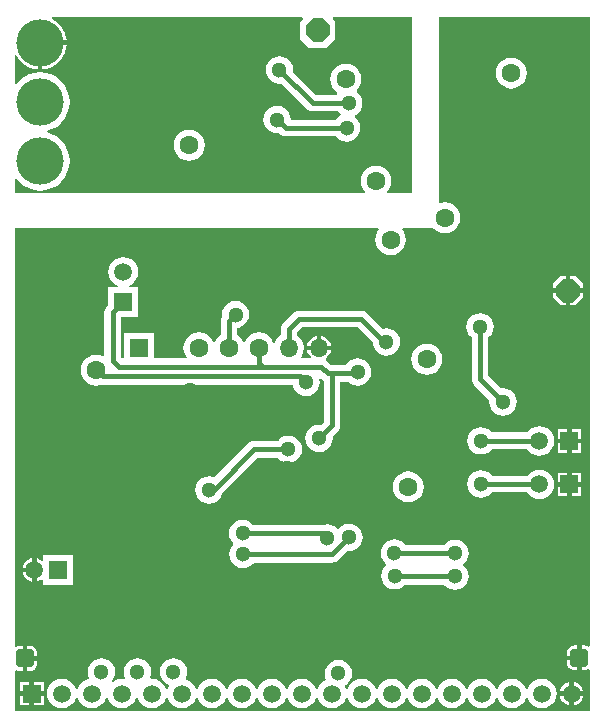
<source format=gbl>
G04 Layer_Physical_Order=4*
G04 Layer_Color=65280*
%FSLAX44Y44*%
%MOMM*%
G71*
G01*
G75*
%ADD31C,0.4000*%
G04:AMPARAMS|DCode=35|XSize=1.6mm|YSize=1.6mm|CornerRadius=0.4mm|HoleSize=0mm|Usage=FLASHONLY|Rotation=0.000|XOffset=0mm|YOffset=0mm|HoleType=Round|Shape=RoundedRectangle|*
%AMROUNDEDRECTD35*
21,1,1.6000,0.8000,0,0,0.0*
21,1,0.8000,1.6000,0,0,0.0*
1,1,0.8000,0.4000,-0.4000*
1,1,0.8000,-0.4000,-0.4000*
1,1,0.8000,-0.4000,0.4000*
1,1,0.8000,0.4000,0.4000*
%
%ADD35ROUNDEDRECTD35*%
%ADD36C,1.5000*%
%ADD37R,1.5000X1.5000*%
%ADD38R,1.5000X1.5000*%
%ADD39R,1.6000X1.6000*%
%ADD40C,1.6000*%
%ADD41O,1.5000X1.6000*%
%ADD42C,4.0000*%
%ADD43P,2.1648X8X22.5*%
%ADD44C,1.3000*%
G36*
X493444Y61459D02*
X492174Y60833D01*
X492021Y60950D01*
X490430Y61609D01*
X488722Y61834D01*
X486722D01*
Y51238D01*
Y40641D01*
X488722D01*
X490430Y40866D01*
X492021Y41525D01*
X492174Y41643D01*
X493444Y41016D01*
Y6556D01*
X6556D01*
Y40550D01*
X7826Y41176D01*
X7942Y41087D01*
X9533Y40428D01*
X11240Y40204D01*
X13240D01*
Y50800D01*
Y61396D01*
X11240D01*
X9533Y61172D01*
X7942Y60513D01*
X7826Y60424D01*
X6556Y61050D01*
Y415290D01*
X314453D01*
X315080Y414020D01*
X313400Y411830D01*
X312090Y408668D01*
X311643Y405274D01*
X312090Y401881D01*
X313400Y398718D01*
X315483Y396003D01*
X318199Y393919D01*
X321361Y392609D01*
X324755Y392162D01*
X328149Y392609D01*
X331311Y393919D01*
X334027Y396003D01*
X336110Y398718D01*
X337420Y401881D01*
X337867Y405274D01*
X337420Y408668D01*
X336110Y411830D01*
X334430Y414020D01*
X335056Y415290D01*
X361069D01*
X361533Y414686D01*
X364248Y412602D01*
X367411Y411292D01*
X370804Y410845D01*
X374198Y411292D01*
X377360Y412602D01*
X380076Y414686D01*
X382160Y417402D01*
X383470Y420564D01*
X383916Y423958D01*
X383470Y427351D01*
X382160Y430514D01*
X380076Y433229D01*
X377360Y435313D01*
X374198Y436623D01*
X370804Y437070D01*
X367411Y436623D01*
X366816Y436377D01*
X365760Y437082D01*
Y593444D01*
X493444D01*
Y61459D01*
D02*
G37*
G36*
X342900Y444500D02*
X322229D01*
X321884Y445770D01*
X323811Y448280D01*
X325121Y451443D01*
X325567Y454837D01*
X325121Y458230D01*
X323811Y461393D01*
X321727Y464108D01*
X319011Y466192D01*
X315849Y467502D01*
X312455Y467949D01*
X309062Y467502D01*
X305899Y466192D01*
X303184Y464108D01*
X301100Y461393D01*
X299790Y458230D01*
X299343Y454837D01*
X299790Y451443D01*
X301100Y448280D01*
X303026Y445770D01*
X302681Y444500D01*
X6556D01*
Y456720D01*
X7826Y457174D01*
X10237Y454237D01*
X14044Y451113D01*
X18387Y448791D01*
X23099Y447362D01*
X28000Y446879D01*
X32901Y447362D01*
X37613Y448791D01*
X41956Y451113D01*
X45763Y454237D01*
X48887Y458044D01*
X51209Y462387D01*
X52638Y467099D01*
X53121Y472000D01*
X52638Y476901D01*
X51209Y481613D01*
X48887Y485956D01*
X45763Y489763D01*
X41956Y492887D01*
X37613Y495209D01*
X33896Y496336D01*
Y497664D01*
X37613Y498791D01*
X41956Y501113D01*
X45763Y504237D01*
X48887Y508044D01*
X51209Y512387D01*
X52638Y517099D01*
X53121Y522000D01*
X52638Y526901D01*
X51209Y531613D01*
X48887Y535956D01*
X45763Y539763D01*
X41956Y542887D01*
X37613Y545209D01*
X32901Y546638D01*
X28000Y547121D01*
X23099Y546638D01*
X18387Y545209D01*
X14044Y542887D01*
X10237Y539763D01*
X7826Y536826D01*
X6556Y537280D01*
Y561609D01*
X7826Y561927D01*
X9168Y559417D01*
X11985Y555985D01*
X15417Y553168D01*
X19333Y551075D01*
X23581Y549786D01*
X26000Y549548D01*
Y572000D01*
X28000D01*
Y574000D01*
X50452D01*
X50214Y576419D01*
X48925Y580667D01*
X46832Y584583D01*
X44015Y588015D01*
X40583Y590832D01*
X38073Y592174D01*
X38391Y593444D01*
X249785D01*
X250271Y592271D01*
X248000Y590000D01*
Y575000D01*
X255500Y567500D01*
X270500D01*
X278000Y575000D01*
Y590000D01*
X275729Y592271D01*
X276215Y593444D01*
X342900D01*
Y444500D01*
D02*
G37*
%LPC*%
G36*
X21180Y123730D02*
X13317D01*
X13398Y123109D01*
X14410Y120667D01*
X16019Y118569D01*
X18117Y116960D01*
X20559Y115948D01*
X21180Y115867D01*
Y123730D01*
D02*
G37*
G36*
Y135593D02*
X20559Y135512D01*
X18117Y134500D01*
X16019Y132891D01*
X14410Y130793D01*
X13398Y128351D01*
X13317Y127730D01*
X21180D01*
Y135593D01*
D02*
G37*
G36*
X19240Y61396D02*
X17240D01*
Y52800D01*
X25836D01*
Y54800D01*
X25612Y56507D01*
X24953Y58098D01*
X23904Y59464D01*
X22538Y60513D01*
X20947Y61172D01*
X19240Y61396D01*
D02*
G37*
G36*
X482723Y61834D02*
X480723D01*
X479015Y61609D01*
X477424Y60950D01*
X476058Y59902D01*
X475010Y58536D01*
X474351Y56945D01*
X474126Y55238D01*
Y53238D01*
X482723D01*
Y61834D01*
D02*
G37*
G36*
X328044Y151551D02*
X325041Y151155D01*
X322244Y149997D01*
X319842Y148153D01*
X317998Y145751D01*
X316840Y142954D01*
X316444Y139951D01*
X316840Y136949D01*
X317998Y134152D01*
X319842Y131749D01*
X320958Y130893D01*
Y129623D01*
X320162Y129012D01*
X318318Y126610D01*
X317160Y123812D01*
X316764Y120810D01*
X317160Y117808D01*
X318318Y115010D01*
X320162Y112608D01*
X322564Y110765D01*
X325362Y109606D01*
X328364Y109211D01*
X331366Y109606D01*
X334163Y110765D01*
X336566Y112608D01*
X337095Y113298D01*
X370272D01*
X371148Y112157D01*
X373551Y110313D01*
X376348Y109155D01*
X379350Y108759D01*
X382352Y109155D01*
X385150Y110313D01*
X387552Y112157D01*
X389395Y114559D01*
X390554Y117356D01*
X390950Y120358D01*
X390554Y123361D01*
X389395Y126158D01*
X387552Y128560D01*
X386334Y129495D01*
Y130765D01*
X387380Y131569D01*
X389224Y133971D01*
X390382Y136769D01*
X390778Y139771D01*
X390382Y142773D01*
X389224Y145570D01*
X387380Y147973D01*
X384978Y149816D01*
X382181Y150975D01*
X379179Y151370D01*
X376176Y150975D01*
X373379Y149816D01*
X370977Y147973D01*
X370239Y147012D01*
X337121D01*
X336245Y148153D01*
X333843Y149997D01*
X331046Y151155D01*
X328044Y151551D01*
D02*
G37*
G36*
X474250Y196120D02*
X466210D01*
Y188080D01*
X474250D01*
Y196120D01*
D02*
G37*
G36*
X486290D02*
X478250D01*
Y188080D01*
X486290D01*
Y196120D01*
D02*
G37*
G36*
X339823Y209077D02*
X336429Y208630D01*
X333267Y207320D01*
X330551Y205236D01*
X328467Y202521D01*
X327157Y199358D01*
X326711Y195965D01*
X327157Y192571D01*
X328467Y189408D01*
X330551Y186693D01*
X333267Y184609D01*
X336429Y183299D01*
X339823Y182852D01*
X343216Y183299D01*
X346379Y184609D01*
X349094Y186693D01*
X351178Y189408D01*
X352488Y192571D01*
X352935Y195965D01*
X352488Y199358D01*
X351178Y202521D01*
X349094Y205236D01*
X346379Y207320D01*
X343216Y208630D01*
X339823Y209077D01*
D02*
G37*
G36*
X55680Y138230D02*
X30680D01*
Y134231D01*
X29410Y133605D01*
X28243Y134500D01*
X25801Y135512D01*
X25180Y135593D01*
Y125730D01*
Y115867D01*
X25801Y115948D01*
X28243Y116960D01*
X29410Y117855D01*
X30680Y117229D01*
Y113230D01*
X55680D01*
Y138230D01*
D02*
G37*
G36*
X199474Y168368D02*
X196472Y167973D01*
X193675Y166814D01*
X191272Y164971D01*
X189429Y162569D01*
X188270Y159771D01*
X187875Y156769D01*
X188270Y153767D01*
X189429Y150969D01*
X191272Y148567D01*
X191572Y148337D01*
Y147067D01*
X191523Y147030D01*
X189680Y144627D01*
X188521Y141830D01*
X188126Y138828D01*
X188521Y135826D01*
X189680Y133028D01*
X191523Y130626D01*
X193925Y128783D01*
X196723Y127624D01*
X199725Y127228D01*
X202727Y127624D01*
X205525Y128783D01*
X207927Y130626D01*
X208803Y131767D01*
X275116D01*
X276943Y132008D01*
X278646Y132713D01*
X280108Y133835D01*
X288074Y141801D01*
X289501Y141613D01*
X292503Y142008D01*
X295300Y143167D01*
X297703Y145011D01*
X299546Y147413D01*
X300705Y150210D01*
X301100Y153212D01*
X300705Y156215D01*
X299546Y159012D01*
X297703Y161414D01*
X295300Y163258D01*
X292503Y164417D01*
X289501Y164812D01*
X286499Y164417D01*
X283701Y163258D01*
X281299Y161414D01*
X280701Y160635D01*
X279578D01*
X279258Y160841D01*
X276890Y162659D01*
X274092Y163818D01*
X271090Y164213D01*
X268179Y163829D01*
X208552D01*
X207676Y164971D01*
X205274Y166814D01*
X202476Y167973D01*
X199474Y168368D01*
D02*
G37*
G36*
X482723Y49238D02*
X474126D01*
Y47238D01*
X474351Y45531D01*
X475010Y43939D01*
X476058Y42573D01*
X477424Y41525D01*
X479015Y40866D01*
X480723Y40641D01*
X482723D01*
Y49238D01*
D02*
G37*
G36*
X488063Y19000D02*
X480200D01*
Y11137D01*
X480821Y11218D01*
X483263Y12230D01*
X485361Y13839D01*
X486970Y15937D01*
X487982Y18379D01*
X488063Y19000D01*
D02*
G37*
G36*
X19000Y31040D02*
X10960D01*
Y23000D01*
X19000D01*
Y31040D01*
D02*
G37*
G36*
X476200Y19000D02*
X468337D01*
X468418Y18379D01*
X469430Y15937D01*
X471039Y13839D01*
X473137Y12230D01*
X475579Y11218D01*
X476200Y11137D01*
Y19000D01*
D02*
G37*
G36*
X19000D02*
X10960D01*
Y10960D01*
X19000D01*
Y19000D01*
D02*
G37*
G36*
X31040D02*
X23000D01*
Y10960D01*
X31040D01*
Y19000D01*
D02*
G37*
G36*
X140970Y50969D02*
X137968Y50574D01*
X135170Y49415D01*
X132768Y47572D01*
X130925Y45170D01*
X129766Y42372D01*
X129371Y39370D01*
X129766Y36368D01*
X130925Y33570D01*
X132768Y31168D01*
X135170Y29325D01*
X136833Y28636D01*
X137098Y27650D01*
X137030Y27180D01*
X135952Y24577D01*
X135950Y24577D01*
X134650D01*
X134648Y24577D01*
X133519Y27304D01*
X131515Y29915D01*
X128904Y31919D01*
X125863Y33178D01*
X122600Y33608D01*
X121887Y33514D01*
X120994Y34677D01*
X121694Y36368D01*
X122089Y39370D01*
X121694Y42372D01*
X120535Y45170D01*
X118692Y47572D01*
X116290Y49415D01*
X113492Y50574D01*
X110490Y50969D01*
X107488Y50574D01*
X104690Y49415D01*
X102288Y47572D01*
X100445Y45170D01*
X99286Y42372D01*
X98891Y39370D01*
X99286Y36368D01*
X100054Y34513D01*
X99162Y33350D01*
X97200Y33608D01*
X93937Y33178D01*
X90896Y31919D01*
X89662Y30972D01*
X88756Y31878D01*
X90055Y33570D01*
X91214Y36368D01*
X91609Y39370D01*
X91214Y42372D01*
X90055Y45170D01*
X88212Y47572D01*
X85810Y49415D01*
X83012Y50574D01*
X80010Y50969D01*
X77008Y50574D01*
X74210Y49415D01*
X71808Y47572D01*
X69965Y45170D01*
X68806Y42372D01*
X68411Y39370D01*
X68806Y36368D01*
X69542Y34592D01*
X68741Y33205D01*
X68537Y33178D01*
X65496Y31919D01*
X62885Y29915D01*
X60881Y27304D01*
X59752Y24577D01*
X59750Y24577D01*
X58450D01*
X58448Y24577D01*
X57319Y27304D01*
X55315Y29915D01*
X52704Y31919D01*
X49663Y33178D01*
X46400Y33608D01*
X43137Y33178D01*
X40096Y31919D01*
X37485Y29915D01*
X35481Y27304D01*
X34222Y24263D01*
X33792Y21000D01*
X34222Y17737D01*
X35481Y14696D01*
X37485Y12085D01*
X40096Y10081D01*
X43137Y8822D01*
X46400Y8392D01*
X49663Y8822D01*
X52704Y10081D01*
X55315Y12085D01*
X57319Y14696D01*
X58448Y17423D01*
X58450Y17423D01*
X59750D01*
X59752Y17423D01*
X60881Y14696D01*
X62885Y12085D01*
X65496Y10081D01*
X68537Y8822D01*
X71800Y8392D01*
X75063Y8822D01*
X78104Y10081D01*
X80715Y12085D01*
X82719Y14696D01*
X83848Y17423D01*
X83850Y17423D01*
X85150D01*
X85152Y17423D01*
X86281Y14696D01*
X88285Y12085D01*
X90896Y10081D01*
X93937Y8822D01*
X97200Y8392D01*
X100463Y8822D01*
X103504Y10081D01*
X106115Y12085D01*
X108119Y14696D01*
X109248Y17423D01*
X109250Y17423D01*
X110550D01*
X110552Y17423D01*
X111681Y14696D01*
X113685Y12085D01*
X116296Y10081D01*
X119337Y8822D01*
X122600Y8392D01*
X125863Y8822D01*
X128904Y10081D01*
X131515Y12085D01*
X133519Y14696D01*
X134648Y17423D01*
X134650Y17423D01*
X135950D01*
X135952Y17423D01*
X137081Y14696D01*
X139085Y12085D01*
X141696Y10081D01*
X144737Y8822D01*
X148000Y8392D01*
X151263Y8822D01*
X154304Y10081D01*
X156915Y12085D01*
X158919Y14696D01*
X160048Y17423D01*
X160050Y17423D01*
X161350D01*
X161352Y17423D01*
X162481Y14696D01*
X164485Y12085D01*
X167096Y10081D01*
X170137Y8822D01*
X173400Y8392D01*
X176663Y8822D01*
X179704Y10081D01*
X182315Y12085D01*
X184319Y14696D01*
X185448Y17423D01*
X185450Y17423D01*
X186750D01*
X186752Y17423D01*
X187881Y14696D01*
X189885Y12085D01*
X192496Y10081D01*
X195537Y8822D01*
X198800Y8392D01*
X202063Y8822D01*
X205104Y10081D01*
X207715Y12085D01*
X209719Y14696D01*
X210848Y17423D01*
X210850Y17423D01*
X212150D01*
X212152Y17423D01*
X213281Y14696D01*
X215285Y12085D01*
X217896Y10081D01*
X220937Y8822D01*
X224200Y8392D01*
X227463Y8822D01*
X230504Y10081D01*
X233115Y12085D01*
X235119Y14696D01*
X236248Y17423D01*
X236250Y17423D01*
X237550D01*
X237552Y17423D01*
X238681Y14696D01*
X240685Y12085D01*
X243296Y10081D01*
X246337Y8822D01*
X249600Y8392D01*
X252863Y8822D01*
X255904Y10081D01*
X258515Y12085D01*
X260519Y14696D01*
X261648Y17423D01*
X261650Y17423D01*
X262950D01*
X262952Y17423D01*
X264081Y14696D01*
X266085Y12085D01*
X268696Y10081D01*
X271737Y8822D01*
X275000Y8392D01*
X278263Y8822D01*
X281304Y10081D01*
X283915Y12085D01*
X285919Y14696D01*
X287048Y17423D01*
X287050Y17423D01*
X288350D01*
X288352Y17423D01*
X289481Y14696D01*
X291485Y12085D01*
X294096Y10081D01*
X297137Y8822D01*
X300400Y8392D01*
X303663Y8822D01*
X306704Y10081D01*
X309315Y12085D01*
X311319Y14696D01*
X312448Y17423D01*
X312450Y17423D01*
X313750D01*
X313752Y17423D01*
X314881Y14696D01*
X316885Y12085D01*
X319496Y10081D01*
X322537Y8822D01*
X325800Y8392D01*
X329063Y8822D01*
X332104Y10081D01*
X334715Y12085D01*
X336719Y14696D01*
X337848Y17423D01*
X337850Y17423D01*
X339150D01*
X339152Y17423D01*
X340281Y14696D01*
X342285Y12085D01*
X344896Y10081D01*
X347937Y8822D01*
X351200Y8392D01*
X354463Y8822D01*
X357504Y10081D01*
X360115Y12085D01*
X362119Y14696D01*
X363248Y17423D01*
X363250Y17423D01*
X364550D01*
X364552Y17423D01*
X365681Y14696D01*
X367685Y12085D01*
X370296Y10081D01*
X373337Y8822D01*
X376600Y8392D01*
X379863Y8822D01*
X382904Y10081D01*
X385515Y12085D01*
X387519Y14696D01*
X388648Y17423D01*
X388650Y17423D01*
X389950D01*
X389952Y17423D01*
X391081Y14696D01*
X393085Y12085D01*
X395696Y10081D01*
X398737Y8822D01*
X402000Y8392D01*
X405263Y8822D01*
X408304Y10081D01*
X410915Y12085D01*
X412919Y14696D01*
X414048Y17423D01*
X414050Y17423D01*
X415350D01*
X415352Y17423D01*
X416481Y14696D01*
X418485Y12085D01*
X421096Y10081D01*
X424137Y8822D01*
X427400Y8392D01*
X430663Y8822D01*
X433704Y10081D01*
X436315Y12085D01*
X438319Y14696D01*
X439448Y17423D01*
X439450Y17423D01*
X440750D01*
X440752Y17423D01*
X441881Y14696D01*
X443885Y12085D01*
X446496Y10081D01*
X449537Y8822D01*
X452800Y8392D01*
X456063Y8822D01*
X459104Y10081D01*
X461715Y12085D01*
X463719Y14696D01*
X464978Y17737D01*
X465408Y21000D01*
X464978Y24263D01*
X463719Y27304D01*
X461715Y29915D01*
X459104Y31919D01*
X456063Y33178D01*
X452800Y33608D01*
X449537Y33178D01*
X446496Y31919D01*
X443885Y29915D01*
X441881Y27304D01*
X440752Y24577D01*
X440750Y24577D01*
X439450D01*
X439448Y24577D01*
X438319Y27304D01*
X436315Y29915D01*
X433704Y31919D01*
X430663Y33178D01*
X427400Y33608D01*
X424137Y33178D01*
X421096Y31919D01*
X418485Y29915D01*
X416481Y27304D01*
X415352Y24577D01*
X415350Y24577D01*
X414050D01*
X414048Y24577D01*
X412919Y27304D01*
X410915Y29915D01*
X408304Y31919D01*
X405263Y33178D01*
X402000Y33608D01*
X398737Y33178D01*
X395696Y31919D01*
X393085Y29915D01*
X391081Y27304D01*
X389952Y24577D01*
X389950Y24577D01*
X388650D01*
X388648Y24577D01*
X387519Y27304D01*
X385515Y29915D01*
X382904Y31919D01*
X379863Y33178D01*
X376600Y33608D01*
X373337Y33178D01*
X370296Y31919D01*
X367685Y29915D01*
X365681Y27304D01*
X364552Y24577D01*
X364550Y24577D01*
X363250D01*
X363248Y24577D01*
X362119Y27304D01*
X360115Y29915D01*
X357504Y31919D01*
X354463Y33178D01*
X351200Y33608D01*
X347937Y33178D01*
X344896Y31919D01*
X342285Y29915D01*
X340281Y27304D01*
X339152Y24577D01*
X339150Y24577D01*
X337850D01*
X337848Y24577D01*
X336719Y27304D01*
X334715Y29915D01*
X332104Y31919D01*
X329063Y33178D01*
X325800Y33608D01*
X322537Y33178D01*
X319496Y31919D01*
X316885Y29915D01*
X314881Y27304D01*
X313752Y24577D01*
X313750Y24577D01*
X312450D01*
X312448Y24577D01*
X311319Y27304D01*
X309315Y29915D01*
X306704Y31919D01*
X303663Y33178D01*
X300400Y33608D01*
X297137Y33178D01*
X294096Y31919D01*
X291485Y29915D01*
X289481Y27304D01*
X288352Y24577D01*
X288350Y24577D01*
X287050D01*
X287048Y24577D01*
X286220Y26577D01*
X286446Y27912D01*
X286768Y28284D01*
X288872Y29898D01*
X290715Y32300D01*
X291874Y35098D01*
X292269Y38100D01*
X291874Y41102D01*
X290715Y43900D01*
X288872Y46302D01*
X286470Y48145D01*
X283672Y49304D01*
X280670Y49699D01*
X277668Y49304D01*
X274870Y48145D01*
X272468Y46302D01*
X270625Y43900D01*
X269466Y41102D01*
X269071Y38100D01*
X269466Y35098D01*
X270477Y32657D01*
X268696Y31919D01*
X266085Y29915D01*
X264081Y27304D01*
X262952Y24577D01*
X262950Y24577D01*
X261650D01*
X261648Y24577D01*
X260519Y27304D01*
X258515Y29915D01*
X255904Y31919D01*
X252863Y33178D01*
X249600Y33608D01*
X246337Y33178D01*
X243296Y31919D01*
X240685Y29915D01*
X238681Y27304D01*
X237552Y24577D01*
X237550Y24577D01*
X236250D01*
X236248Y24577D01*
X235119Y27304D01*
X233115Y29915D01*
X230504Y31919D01*
X227463Y33178D01*
X224200Y33608D01*
X220937Y33178D01*
X217896Y31919D01*
X215285Y29915D01*
X213281Y27304D01*
X212152Y24577D01*
X212150Y24577D01*
X210850D01*
X210848Y24577D01*
X209719Y27304D01*
X207715Y29915D01*
X205104Y31919D01*
X202063Y33178D01*
X198800Y33608D01*
X195537Y33178D01*
X192496Y31919D01*
X189885Y29915D01*
X187881Y27304D01*
X186752Y24577D01*
X186750Y24577D01*
X185450D01*
X185448Y24577D01*
X184319Y27304D01*
X182315Y29915D01*
X179704Y31919D01*
X176663Y33178D01*
X173400Y33608D01*
X170137Y33178D01*
X167096Y31919D01*
X164485Y29915D01*
X162481Y27304D01*
X161352Y24577D01*
X161350Y24577D01*
X160050D01*
X160048Y24577D01*
X158919Y27304D01*
X156915Y29915D01*
X154304Y31919D01*
X152039Y32857D01*
X151282Y33385D01*
X151377Y34444D01*
X152174Y36368D01*
X152569Y39370D01*
X152174Y42372D01*
X151015Y45170D01*
X149172Y47572D01*
X146770Y49415D01*
X143972Y50574D01*
X140970Y50969D01*
D02*
G37*
G36*
X25836Y48800D02*
X17240D01*
Y40204D01*
X19240D01*
X20947Y40428D01*
X22538Y41087D01*
X23904Y42136D01*
X24953Y43502D01*
X25612Y45093D01*
X25836Y46800D01*
Y48800D01*
D02*
G37*
G36*
X480200Y30863D02*
Y23000D01*
X488063D01*
X487982Y23621D01*
X486970Y26063D01*
X485361Y28161D01*
X483263Y29770D01*
X480821Y30782D01*
X480200Y30863D01*
D02*
G37*
G36*
X31040Y31040D02*
X23000D01*
Y23000D01*
X31040D01*
Y31040D01*
D02*
G37*
G36*
X476200Y30863D02*
X475579Y30782D01*
X473137Y29770D01*
X471039Y28161D01*
X469430Y26063D01*
X468418Y23621D01*
X468337Y23000D01*
X476200D01*
Y30863D01*
D02*
G37*
G36*
X474250Y208160D02*
X466210D01*
Y200120D01*
X474250D01*
Y208160D01*
D02*
G37*
G36*
X487538Y360250D02*
X476998D01*
Y349710D01*
X481268D01*
X487538Y355980D01*
Y360250D01*
D02*
G37*
G36*
X472998Y374790D02*
X468728D01*
X462458Y368520D01*
Y364250D01*
X472998D01*
Y374790D01*
D02*
G37*
G36*
Y360250D02*
X462458D01*
Y355980D01*
X468728Y349710D01*
X472998D01*
Y360250D01*
D02*
G37*
G36*
X262160Y324053D02*
X261539Y323972D01*
X259097Y322960D01*
X256999Y321351D01*
X255390Y319253D01*
X254378Y316811D01*
X254231Y315690D01*
X262160D01*
Y324053D01*
D02*
G37*
G36*
X266160D02*
Y315690D01*
X274089D01*
X273942Y316811D01*
X272930Y319253D01*
X271321Y321351D01*
X269223Y322960D01*
X266781Y323972D01*
X266160Y324053D01*
D02*
G37*
G36*
X427044Y559496D02*
X423651Y559049D01*
X420488Y557739D01*
X417772Y555656D01*
X415689Y552940D01*
X414379Y549778D01*
X413932Y546384D01*
X414379Y542990D01*
X415689Y539828D01*
X417772Y537112D01*
X420488Y535028D01*
X423651Y533719D01*
X427044Y533272D01*
X430438Y533719D01*
X433600Y535028D01*
X436316Y537112D01*
X438400Y539828D01*
X439710Y542990D01*
X440156Y546384D01*
X439710Y549778D01*
X438400Y552940D01*
X436316Y555656D01*
X433600Y557739D01*
X430438Y559049D01*
X427044Y559496D01*
D02*
G37*
G36*
X481268Y374790D02*
X476998D01*
Y364250D01*
X487538D01*
Y368520D01*
X481268Y374790D01*
D02*
G37*
G36*
X98360Y390623D02*
X95097Y390193D01*
X92057Y388933D01*
X89445Y386930D01*
X87442Y384319D01*
X86182Y381278D01*
X85753Y378015D01*
X86182Y374752D01*
X87442Y371711D01*
X89445Y369100D01*
X92057Y367096D01*
X93774Y366385D01*
X93521Y365115D01*
X85861D01*
Y350100D01*
X84563Y348802D01*
X83441Y347340D01*
X82736Y345637D01*
X82495Y343810D01*
Y307513D01*
X81225Y306664D01*
X79136Y307530D01*
X75743Y307976D01*
X72349Y307530D01*
X69187Y306220D01*
X66471Y304136D01*
X64387Y301420D01*
X63077Y298258D01*
X62631Y294864D01*
X63077Y291470D01*
X64387Y288308D01*
X66471Y285592D01*
X69187Y283509D01*
X72349Y282199D01*
X75743Y281752D01*
X79136Y282199D01*
X80300Y282681D01*
X80951Y282595D01*
X241943D01*
X242090Y281476D01*
X243249Y278678D01*
X245092Y276276D01*
X247494Y274433D01*
X250292Y273274D01*
X253294Y272879D01*
X256296Y273274D01*
X259094Y274433D01*
X261496Y276276D01*
X263339Y278678D01*
X264498Y281476D01*
X264893Y284478D01*
X264524Y287281D01*
X265486Y288115D01*
X266445Y287156D01*
X267907Y286034D01*
X268187Y285918D01*
Y250938D01*
X265777Y248527D01*
X264350Y248715D01*
X261348Y248320D01*
X258550Y247161D01*
X256148Y245318D01*
X254305Y242915D01*
X253146Y240118D01*
X252751Y237116D01*
X253146Y234114D01*
X254305Y231316D01*
X256148Y228914D01*
X258550Y227071D01*
X261348Y225912D01*
X264350Y225517D01*
X267352Y225912D01*
X270150Y227071D01*
X272552Y228914D01*
X274395Y231316D01*
X275554Y234114D01*
X275949Y237116D01*
X275761Y238542D01*
X280240Y243021D01*
X281362Y244483D01*
X282068Y246186D01*
X282308Y248013D01*
Y285088D01*
X288529D01*
X288649Y284931D01*
X291052Y283088D01*
X293849Y281929D01*
X296851Y281534D01*
X299853Y281929D01*
X302651Y283088D01*
X305053Y284931D01*
X306896Y287333D01*
X308055Y290131D01*
X308451Y293133D01*
X308055Y296135D01*
X306896Y298932D01*
X305053Y301335D01*
X302651Y303178D01*
X299853Y304337D01*
X296851Y304732D01*
X293849Y304337D01*
X291052Y303178D01*
X288649Y301335D01*
X287018Y299209D01*
X274362D01*
X270876Y302696D01*
X269955Y303402D01*
X269869Y304828D01*
X269929Y304961D01*
X271321Y306029D01*
X272930Y308127D01*
X273942Y310569D01*
X274089Y311690D01*
X254231D01*
X254378Y310569D01*
X255390Y308127D01*
X256999Y306029D01*
X257082Y305966D01*
X256674Y304763D01*
X249486D01*
X248924Y305903D01*
X249679Y306886D01*
X250938Y309927D01*
X251368Y313190D01*
Y314190D01*
X250938Y317453D01*
X249679Y320494D01*
X247675Y323105D01*
X245820Y324528D01*
Y326814D01*
X250148Y331142D01*
X297128D01*
X309729Y318541D01*
X310082Y315855D01*
X311241Y313057D01*
X313085Y310655D01*
X315487Y308812D01*
X318284Y307653D01*
X321286Y307258D01*
X324288Y307653D01*
X327086Y308812D01*
X329488Y310655D01*
X331332Y313057D01*
X332490Y315855D01*
X332886Y318857D01*
X332490Y321859D01*
X331332Y324657D01*
X329488Y327059D01*
X327086Y328902D01*
X324288Y330061D01*
X321286Y330456D01*
X318284Y330061D01*
X318209Y330030D01*
X305045Y343195D01*
X303582Y344317D01*
X301880Y345022D01*
X300052Y345263D01*
X247224D01*
X245396Y345022D01*
X243694Y344317D01*
X242231Y343195D01*
X233768Y334731D01*
X232645Y333269D01*
X231940Y331566D01*
X231700Y329739D01*
Y324528D01*
X229845Y323105D01*
X227841Y320494D01*
X226914Y318256D01*
X225540Y318256D01*
X224715Y320246D01*
X222632Y322962D01*
X219916Y325046D01*
X216754Y326355D01*
X213360Y326802D01*
X209966Y326355D01*
X206804Y325046D01*
X204088Y322962D01*
X202005Y320246D01*
X201347Y318659D01*
X199973D01*
X199315Y320246D01*
X197232Y322962D01*
X195020Y324659D01*
Y330571D01*
X196533Y330770D01*
X199330Y331929D01*
X201732Y333772D01*
X203576Y336174D01*
X204734Y338972D01*
X205130Y341974D01*
X204734Y344976D01*
X203576Y347774D01*
X201732Y350176D01*
X199330Y352019D01*
X196533Y353178D01*
X193531Y353573D01*
X190528Y353178D01*
X187731Y352019D01*
X185329Y350176D01*
X183485Y347774D01*
X182327Y344976D01*
X181931Y341974D01*
X182148Y340328D01*
X181845Y339934D01*
X181140Y338231D01*
X180900Y336404D01*
Y324659D01*
X178688Y322962D01*
X176604Y320246D01*
X175947Y318659D01*
X174573D01*
X173916Y320246D01*
X171832Y322962D01*
X169116Y325046D01*
X165954Y326355D01*
X162560Y326802D01*
X159166Y326355D01*
X156004Y325046D01*
X153288Y322962D01*
X151205Y320246D01*
X149895Y317084D01*
X149448Y313690D01*
X149895Y310296D01*
X151205Y307134D01*
X152149Y305903D01*
X151588Y304763D01*
X124760D01*
Y326690D01*
X98760D01*
Y304763D01*
X97424D01*
X96616Y305572D01*
Y340115D01*
X110860D01*
Y365115D01*
X103200D01*
X102947Y366385D01*
X104664Y367096D01*
X107275Y369100D01*
X109279Y371711D01*
X110539Y374752D01*
X110968Y378015D01*
X110539Y381278D01*
X109279Y384319D01*
X107275Y386930D01*
X104664Y388933D01*
X101624Y390193D01*
X98360Y390623D01*
D02*
G37*
G36*
X474250Y232950D02*
X466210D01*
Y224910D01*
X474250D01*
Y232950D01*
D02*
G37*
G36*
X486290D02*
X478250D01*
Y224910D01*
X486290D01*
Y232950D01*
D02*
G37*
G36*
X238190Y239499D02*
X235188Y239104D01*
X232390Y237945D01*
X229988Y236102D01*
X229112Y234960D01*
X209458D01*
X207631Y234720D01*
X205928Y234014D01*
X204466Y232892D01*
X175610Y204036D01*
X174176Y204630D01*
X171174Y205025D01*
X168172Y204630D01*
X165375Y203471D01*
X162972Y201628D01*
X161129Y199226D01*
X159970Y196428D01*
X159575Y193426D01*
X159970Y190424D01*
X161129Y187626D01*
X162972Y185224D01*
X165375Y183381D01*
X168172Y182222D01*
X171174Y181827D01*
X174176Y182222D01*
X176974Y183381D01*
X179376Y185224D01*
X181219Y187626D01*
X182378Y190424D01*
X182440Y190898D01*
X212383Y220840D01*
X229112D01*
X229988Y219698D01*
X232390Y217855D01*
X235188Y216696D01*
X238190Y216301D01*
X241192Y216696D01*
X243990Y217855D01*
X246392Y219698D01*
X248235Y222100D01*
X249394Y224898D01*
X249789Y227900D01*
X249394Y230902D01*
X248235Y233700D01*
X246392Y236102D01*
X243990Y237945D01*
X241192Y239104D01*
X238190Y239499D01*
D02*
G37*
G36*
X486290Y208160D02*
X478250D01*
Y200120D01*
X486290D01*
Y208160D01*
D02*
G37*
G36*
X450850Y210728D02*
X447587Y210298D01*
X444546Y209039D01*
X441935Y207035D01*
X440757Y205500D01*
X410275D01*
X409399Y206642D01*
X406997Y208485D01*
X404200Y209644D01*
X401198Y210039D01*
X398195Y209644D01*
X395398Y208485D01*
X392996Y206642D01*
X391152Y204239D01*
X389994Y201442D01*
X389598Y198440D01*
X389994Y195438D01*
X391152Y192640D01*
X392996Y190238D01*
X395398Y188395D01*
X398195Y187236D01*
X401198Y186840D01*
X404200Y187236D01*
X406997Y188395D01*
X409399Y190238D01*
X410275Y191379D01*
X440266D01*
X441935Y189205D01*
X444546Y187201D01*
X447587Y185942D01*
X450850Y185512D01*
X454113Y185942D01*
X457154Y187201D01*
X459765Y189205D01*
X461769Y191816D01*
X463028Y194857D01*
X463458Y198120D01*
X463028Y201383D01*
X461769Y204424D01*
X459765Y207035D01*
X457154Y209039D01*
X454113Y210298D01*
X450850Y210728D01*
D02*
G37*
G36*
X400573Y343180D02*
X397571Y342785D01*
X394773Y341626D01*
X392371Y339783D01*
X390528Y337380D01*
X389369Y334583D01*
X388974Y331581D01*
X389369Y328579D01*
X390528Y325781D01*
X392371Y323379D01*
X393512Y322503D01*
Y287367D01*
X393753Y285539D01*
X394458Y283836D01*
X395580Y282374D01*
X408540Y269415D01*
X408352Y267988D01*
X408747Y264986D01*
X409906Y262189D01*
X411749Y259786D01*
X414152Y257943D01*
X416949Y256784D01*
X419951Y256389D01*
X422953Y256784D01*
X425751Y257943D01*
X428153Y259786D01*
X429996Y262189D01*
X431155Y264986D01*
X431550Y267988D01*
X431155Y270990D01*
X429996Y273788D01*
X428153Y276190D01*
X425751Y278033D01*
X422953Y279192D01*
X419951Y279587D01*
X418525Y279400D01*
X407633Y290291D01*
Y322503D01*
X408775Y323379D01*
X410618Y325781D01*
X411777Y328579D01*
X412172Y331581D01*
X411777Y334583D01*
X410618Y337380D01*
X408775Y339783D01*
X406372Y341626D01*
X403575Y342785D01*
X400573Y343180D01*
D02*
G37*
G36*
X355546Y317037D02*
X352152Y316590D01*
X348990Y315281D01*
X346274Y313197D01*
X344191Y310481D01*
X342881Y307319D01*
X342434Y303925D01*
X342881Y300532D01*
X344191Y297369D01*
X346274Y294653D01*
X348990Y292570D01*
X352152Y291260D01*
X355546Y290813D01*
X358940Y291260D01*
X362102Y292570D01*
X364818Y294653D01*
X366902Y297369D01*
X368212Y300532D01*
X368658Y303925D01*
X368212Y307319D01*
X366902Y310481D01*
X364818Y313197D01*
X362102Y315281D01*
X358940Y316590D01*
X355546Y317037D01*
D02*
G37*
G36*
X450850Y247558D02*
X447587Y247128D01*
X444546Y245869D01*
X441935Y243865D01*
X440606Y242133D01*
X410275D01*
X409399Y243274D01*
X406997Y245118D01*
X404200Y246276D01*
X401198Y246672D01*
X398195Y246276D01*
X395398Y245118D01*
X392996Y243274D01*
X391152Y240872D01*
X389994Y238075D01*
X389598Y235072D01*
X389994Y232070D01*
X391152Y229273D01*
X392996Y226871D01*
X395398Y225027D01*
X398195Y223869D01*
X401198Y223473D01*
X404200Y223869D01*
X406997Y225027D01*
X409399Y226871D01*
X410275Y228012D01*
X440418D01*
X441935Y226035D01*
X444546Y224031D01*
X447587Y222772D01*
X450850Y222342D01*
X454113Y222772D01*
X457154Y224031D01*
X459765Y226035D01*
X461769Y228646D01*
X463028Y231687D01*
X463458Y234950D01*
X463028Y238213D01*
X461769Y241254D01*
X459765Y243865D01*
X457154Y245869D01*
X454113Y247128D01*
X450850Y247558D01*
D02*
G37*
G36*
X474250Y244990D02*
X466210D01*
Y236950D01*
X474250D01*
Y244990D01*
D02*
G37*
G36*
X486290D02*
X478250D01*
Y236950D01*
X486290D01*
Y244990D01*
D02*
G37*
G36*
X50452Y570000D02*
X30000D01*
Y549548D01*
X32419Y549786D01*
X36667Y551075D01*
X40583Y553168D01*
X44015Y555985D01*
X46832Y559417D01*
X48925Y563333D01*
X50214Y567581D01*
X50452Y570000D01*
D02*
G37*
G36*
X230699Y560656D02*
X227697Y560261D01*
X224900Y559102D01*
X222497Y557259D01*
X220654Y554856D01*
X219495Y552059D01*
X219100Y549057D01*
X219495Y546055D01*
X220654Y543257D01*
X222497Y540855D01*
X224900Y539011D01*
X227697Y537853D01*
X230699Y537458D01*
X232126Y537645D01*
X253780Y515992D01*
X255242Y514869D01*
X256945Y514164D01*
X258772Y513924D01*
X280268D01*
X281144Y512782D01*
X282532Y511717D01*
X282340Y510264D01*
X281680Y509990D01*
X279278Y508147D01*
X278402Y507006D01*
X240398D01*
X240381Y507024D01*
X239986Y510026D01*
X238827Y512824D01*
X236984Y515226D01*
X234582Y517070D01*
X231784Y518228D01*
X228782Y518623D01*
X225780Y518228D01*
X222982Y517070D01*
X220580Y515226D01*
X218737Y512824D01*
X217578Y510026D01*
X217183Y507024D01*
X217578Y504022D01*
X218737Y501225D01*
X220580Y498822D01*
X222982Y496979D01*
X225780Y495820D01*
X228782Y495425D01*
X230208Y495613D01*
X230869Y494953D01*
X232331Y493831D01*
X234034Y493125D01*
X235861Y492885D01*
X278402D01*
X279278Y491743D01*
X281680Y489900D01*
X284478Y488741D01*
X287480Y488346D01*
X290482Y488741D01*
X293280Y489900D01*
X295682Y491743D01*
X297525Y494146D01*
X298684Y496943D01*
X299079Y499945D01*
X298684Y502947D01*
X297525Y505745D01*
X295682Y508147D01*
X294295Y509212D01*
X294486Y510666D01*
X295146Y510939D01*
X297548Y512782D01*
X299391Y515184D01*
X300550Y517982D01*
X300945Y520984D01*
X300550Y523986D01*
X299391Y526784D01*
X297548Y529186D01*
X295973Y530394D01*
Y531535D01*
X296185Y531833D01*
X298256Y534533D01*
X299566Y537695D01*
X300013Y541089D01*
X299566Y544482D01*
X298256Y547645D01*
X296173Y550360D01*
X293457Y552444D01*
X290295Y553754D01*
X286901Y554201D01*
X283507Y553754D01*
X280345Y552444D01*
X277629Y550360D01*
X275546Y547645D01*
X274236Y544482D01*
X273789Y541089D01*
X274236Y537695D01*
X275546Y534533D01*
X277629Y531817D01*
X279691Y530235D01*
X279835Y528655D01*
X279284Y528044D01*
X261697D01*
X242111Y547630D01*
X242299Y549057D01*
X241903Y552059D01*
X240744Y554856D01*
X238901Y557259D01*
X236499Y559102D01*
X233701Y560261D01*
X230699Y560656D01*
D02*
G37*
G36*
X154310Y498472D02*
X150916Y498026D01*
X147753Y496716D01*
X145038Y494632D01*
X142954Y491916D01*
X141644Y488754D01*
X141197Y485360D01*
X141644Y481967D01*
X142954Y478804D01*
X145038Y476088D01*
X147753Y474005D01*
X150916Y472695D01*
X154310Y472248D01*
X157703Y472695D01*
X160866Y474005D01*
X163581Y476088D01*
X165665Y478804D01*
X166975Y481967D01*
X167422Y485360D01*
X166975Y488754D01*
X165665Y491916D01*
X163581Y494632D01*
X160866Y496716D01*
X157703Y498026D01*
X154310Y498472D01*
D02*
G37*
%LPD*%
D31*
X328593Y120019D02*
X328932Y120358D01*
X328044Y139951D02*
X379179D01*
X174984Y193426D02*
X209458Y227900D01*
X238190D01*
X275116Y138828D02*
X289501Y153212D01*
X264350Y237116D02*
X275248Y248013D01*
Y292148D01*
X265883Y297703D02*
X271438Y292148D01*
X216553Y297703D02*
X265883D01*
X213360Y300897D02*
X216553Y297703D01*
X213360Y300897D02*
Y313690D01*
X94500Y297703D02*
X216553D01*
X248116Y289655D02*
X253294Y284478D01*
X89555Y302647D02*
X94500Y297703D01*
X89555Y302647D02*
Y343810D01*
X258772Y520984D02*
X289346D01*
X230699Y549057D02*
X258772Y520984D01*
X228782Y507024D02*
X235861Y499945D01*
X287480D01*
X427044Y546384D02*
X427937Y545491D01*
X187960Y336404D02*
X193531Y341974D01*
X187960Y313690D02*
Y336404D01*
X238760Y329739D02*
X247224Y338202D01*
X238760Y313690D02*
Y329739D01*
X401198Y198440D02*
X450530D01*
X401198Y235072D02*
X401320Y234950D01*
X401198Y235072D02*
X450728D01*
X450850Y234950D01*
X400573Y287367D02*
X419951Y267988D01*
X400573Y287367D02*
Y331581D01*
X80951Y289655D02*
X248116D01*
X75743Y294864D02*
X80951Y289655D01*
X89555Y343810D02*
X98360Y352615D01*
X328932Y120358D02*
X379350D01*
X271438Y292148D02*
X275248D01*
X271090Y152614D02*
Y155455D01*
X203284Y156769D02*
X269776D01*
X271090Y155455D01*
X199725Y138828D02*
X275116D01*
X295867Y292148D02*
X296851Y293133D01*
X275248Y292148D02*
X295867D01*
X247224Y338202D02*
X300052D01*
X319398Y318857D01*
X321286D01*
D35*
X484723Y51238D02*
D03*
X15240Y50800D02*
D03*
D36*
X98360Y378015D02*
D03*
X450850Y234950D02*
D03*
Y198120D02*
D03*
X23180Y125730D02*
D03*
X351200Y21000D02*
D03*
X46400D02*
D03*
X71800D02*
D03*
X97200D02*
D03*
X122600D02*
D03*
X148000D02*
D03*
X173400D02*
D03*
X198800D02*
D03*
X224200D02*
D03*
X249600D02*
D03*
X275000D02*
D03*
X300400D02*
D03*
X325800D02*
D03*
X376600D02*
D03*
X402000D02*
D03*
X478200D02*
D03*
X427400D02*
D03*
X452800D02*
D03*
D37*
X98360Y352615D02*
D03*
D38*
X476250Y234950D02*
D03*
Y198120D02*
D03*
X43180Y125730D02*
D03*
X21000Y21000D02*
D03*
D39*
X111760Y313690D02*
D03*
D40*
X187960D02*
D03*
X213360D02*
D03*
X162560D02*
D03*
X154743Y276102D02*
D03*
X324755Y405274D02*
D03*
X323978Y375302D02*
D03*
X34105Y363208D02*
D03*
X69987Y367818D02*
D03*
X22647Y245710D02*
D03*
X154310Y485360D02*
D03*
X286901Y541089D02*
D03*
X312455Y454837D02*
D03*
X403455Y574748D02*
D03*
X427044Y546384D02*
D03*
X373936Y476062D02*
D03*
X355546Y303925D02*
D03*
X420994Y304389D02*
D03*
X375877Y218176D02*
D03*
X339823Y195965D02*
D03*
X370804Y423958D02*
D03*
X75743Y294864D02*
D03*
X46570Y245779D02*
D03*
X320240Y581465D02*
D03*
X421464Y584008D02*
D03*
X437346Y426800D02*
D03*
X231488Y406766D02*
D03*
X198344Y406522D02*
D03*
X292242Y322298D02*
D03*
D41*
X238760Y313690D02*
D03*
X264160D02*
D03*
D42*
X28000Y572000D02*
D03*
Y522000D02*
D03*
Y472000D02*
D03*
D43*
X263000Y582500D02*
D03*
X474998Y362250D02*
D03*
D44*
X171174Y193426D02*
D03*
X199474Y156769D02*
D03*
X199725Y138828D02*
D03*
X264350Y237116D02*
D03*
X289501Y153212D02*
D03*
X238190Y227900D02*
D03*
X282510Y203900D02*
D03*
X282130Y219900D02*
D03*
X144780Y163830D02*
D03*
X110490D02*
D03*
X76200D02*
D03*
X237300Y211900D02*
D03*
X280670Y38100D02*
D03*
X220980Y99060D02*
D03*
Y114300D02*
D03*
X64770Y78740D02*
D03*
X125730D02*
D03*
X95250D02*
D03*
X140970Y39370D02*
D03*
X110490D02*
D03*
X80010D02*
D03*
X253294Y284478D02*
D03*
X289346Y520984D02*
D03*
X230699Y549057D02*
D03*
X228782Y507024D02*
D03*
X287480Y499945D02*
D03*
X193531Y341974D02*
D03*
X401198Y198440D02*
D03*
Y235072D02*
D03*
X400573Y331581D02*
D03*
X419951Y267988D02*
D03*
X136627Y214715D02*
D03*
X155605Y338512D02*
D03*
X328364Y120810D02*
D03*
X328044Y139951D02*
D03*
X379350Y120358D02*
D03*
X379179Y139771D02*
D03*
X446503Y394898D02*
D03*
X278588Y114342D02*
D03*
X278430Y99023D02*
D03*
X278746Y83071D02*
D03*
X271090Y152614D02*
D03*
X296851Y293133D02*
D03*
X321286Y318857D02*
D03*
M02*

</source>
